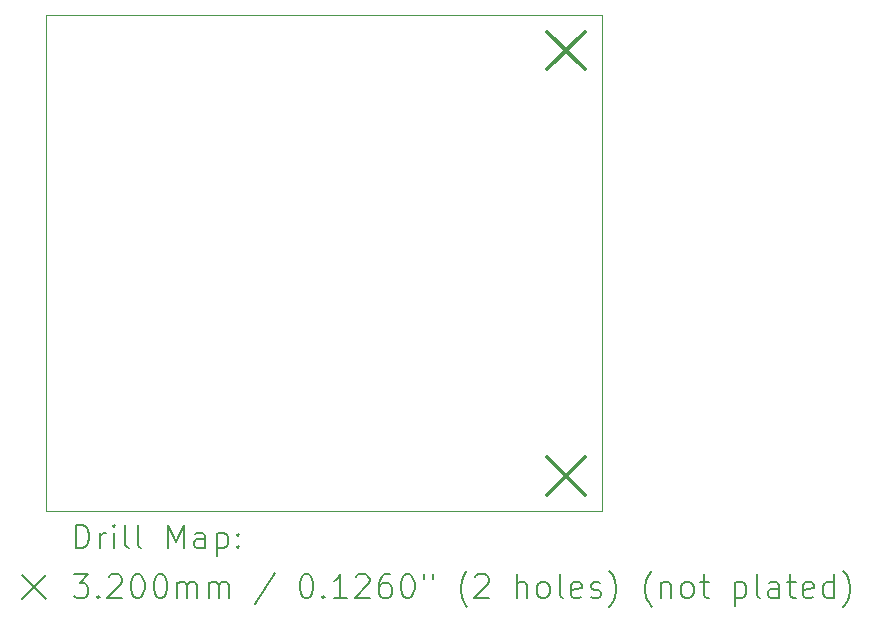
<source format=gbr>
%FSLAX45Y45*%
G04 Gerber Fmt 4.5, Leading zero omitted, Abs format (unit mm)*
G04 Created by KiCad (PCBNEW (6.0.6)) date 2023-08-29 14:37:22*
%MOMM*%
%LPD*%
G01*
G04 APERTURE LIST*
%TA.AperFunction,Profile*%
%ADD10C,0.100000*%
%TD*%
%ADD11C,0.200000*%
%ADD12C,0.320000*%
G04 APERTURE END LIST*
D10*
X9237500Y-2285000D02*
X13942500Y-2285000D01*
X13942500Y-2285000D02*
X13942500Y-6485000D01*
X13942500Y-6485000D02*
X9237500Y-6485000D01*
X9237500Y-6485000D02*
X9237500Y-2285000D01*
D11*
D12*
X13482000Y-2425000D02*
X13802000Y-2745000D01*
X13802000Y-2425000D02*
X13482000Y-2745000D01*
X13482000Y-6025000D02*
X13802000Y-6345000D01*
X13802000Y-6025000D02*
X13482000Y-6345000D01*
D11*
X9490119Y-6800476D02*
X9490119Y-6600476D01*
X9537738Y-6600476D01*
X9566310Y-6610000D01*
X9585357Y-6629048D01*
X9594881Y-6648095D01*
X9604405Y-6686190D01*
X9604405Y-6714762D01*
X9594881Y-6752857D01*
X9585357Y-6771905D01*
X9566310Y-6790952D01*
X9537738Y-6800476D01*
X9490119Y-6800476D01*
X9690119Y-6800476D02*
X9690119Y-6667143D01*
X9690119Y-6705238D02*
X9699643Y-6686190D01*
X9709167Y-6676667D01*
X9728214Y-6667143D01*
X9747262Y-6667143D01*
X9813929Y-6800476D02*
X9813929Y-6667143D01*
X9813929Y-6600476D02*
X9804405Y-6610000D01*
X9813929Y-6619524D01*
X9823452Y-6610000D01*
X9813929Y-6600476D01*
X9813929Y-6619524D01*
X9937738Y-6800476D02*
X9918690Y-6790952D01*
X9909167Y-6771905D01*
X9909167Y-6600476D01*
X10042500Y-6800476D02*
X10023452Y-6790952D01*
X10013929Y-6771905D01*
X10013929Y-6600476D01*
X10271071Y-6800476D02*
X10271071Y-6600476D01*
X10337738Y-6743333D01*
X10404405Y-6600476D01*
X10404405Y-6800476D01*
X10585357Y-6800476D02*
X10585357Y-6695714D01*
X10575833Y-6676667D01*
X10556786Y-6667143D01*
X10518690Y-6667143D01*
X10499643Y-6676667D01*
X10585357Y-6790952D02*
X10566310Y-6800476D01*
X10518690Y-6800476D01*
X10499643Y-6790952D01*
X10490119Y-6771905D01*
X10490119Y-6752857D01*
X10499643Y-6733809D01*
X10518690Y-6724286D01*
X10566310Y-6724286D01*
X10585357Y-6714762D01*
X10680595Y-6667143D02*
X10680595Y-6867143D01*
X10680595Y-6676667D02*
X10699643Y-6667143D01*
X10737738Y-6667143D01*
X10756786Y-6676667D01*
X10766310Y-6686190D01*
X10775833Y-6705238D01*
X10775833Y-6762381D01*
X10766310Y-6781428D01*
X10756786Y-6790952D01*
X10737738Y-6800476D01*
X10699643Y-6800476D01*
X10680595Y-6790952D01*
X10861548Y-6781428D02*
X10871071Y-6790952D01*
X10861548Y-6800476D01*
X10852024Y-6790952D01*
X10861548Y-6781428D01*
X10861548Y-6800476D01*
X10861548Y-6676667D02*
X10871071Y-6686190D01*
X10861548Y-6695714D01*
X10852024Y-6686190D01*
X10861548Y-6676667D01*
X10861548Y-6695714D01*
X9032500Y-7030000D02*
X9232500Y-7230000D01*
X9232500Y-7030000D02*
X9032500Y-7230000D01*
X9471071Y-7020476D02*
X9594881Y-7020476D01*
X9528214Y-7096667D01*
X9556786Y-7096667D01*
X9575833Y-7106190D01*
X9585357Y-7115714D01*
X9594881Y-7134762D01*
X9594881Y-7182381D01*
X9585357Y-7201428D01*
X9575833Y-7210952D01*
X9556786Y-7220476D01*
X9499643Y-7220476D01*
X9480595Y-7210952D01*
X9471071Y-7201428D01*
X9680595Y-7201428D02*
X9690119Y-7210952D01*
X9680595Y-7220476D01*
X9671071Y-7210952D01*
X9680595Y-7201428D01*
X9680595Y-7220476D01*
X9766310Y-7039524D02*
X9775833Y-7030000D01*
X9794881Y-7020476D01*
X9842500Y-7020476D01*
X9861548Y-7030000D01*
X9871071Y-7039524D01*
X9880595Y-7058571D01*
X9880595Y-7077619D01*
X9871071Y-7106190D01*
X9756786Y-7220476D01*
X9880595Y-7220476D01*
X10004405Y-7020476D02*
X10023452Y-7020476D01*
X10042500Y-7030000D01*
X10052024Y-7039524D01*
X10061548Y-7058571D01*
X10071071Y-7096667D01*
X10071071Y-7144286D01*
X10061548Y-7182381D01*
X10052024Y-7201428D01*
X10042500Y-7210952D01*
X10023452Y-7220476D01*
X10004405Y-7220476D01*
X9985357Y-7210952D01*
X9975833Y-7201428D01*
X9966310Y-7182381D01*
X9956786Y-7144286D01*
X9956786Y-7096667D01*
X9966310Y-7058571D01*
X9975833Y-7039524D01*
X9985357Y-7030000D01*
X10004405Y-7020476D01*
X10194881Y-7020476D02*
X10213929Y-7020476D01*
X10232976Y-7030000D01*
X10242500Y-7039524D01*
X10252024Y-7058571D01*
X10261548Y-7096667D01*
X10261548Y-7144286D01*
X10252024Y-7182381D01*
X10242500Y-7201428D01*
X10232976Y-7210952D01*
X10213929Y-7220476D01*
X10194881Y-7220476D01*
X10175833Y-7210952D01*
X10166310Y-7201428D01*
X10156786Y-7182381D01*
X10147262Y-7144286D01*
X10147262Y-7096667D01*
X10156786Y-7058571D01*
X10166310Y-7039524D01*
X10175833Y-7030000D01*
X10194881Y-7020476D01*
X10347262Y-7220476D02*
X10347262Y-7087143D01*
X10347262Y-7106190D02*
X10356786Y-7096667D01*
X10375833Y-7087143D01*
X10404405Y-7087143D01*
X10423452Y-7096667D01*
X10432976Y-7115714D01*
X10432976Y-7220476D01*
X10432976Y-7115714D02*
X10442500Y-7096667D01*
X10461548Y-7087143D01*
X10490119Y-7087143D01*
X10509167Y-7096667D01*
X10518690Y-7115714D01*
X10518690Y-7220476D01*
X10613929Y-7220476D02*
X10613929Y-7087143D01*
X10613929Y-7106190D02*
X10623452Y-7096667D01*
X10642500Y-7087143D01*
X10671071Y-7087143D01*
X10690119Y-7096667D01*
X10699643Y-7115714D01*
X10699643Y-7220476D01*
X10699643Y-7115714D02*
X10709167Y-7096667D01*
X10728214Y-7087143D01*
X10756786Y-7087143D01*
X10775833Y-7096667D01*
X10785357Y-7115714D01*
X10785357Y-7220476D01*
X11175833Y-7010952D02*
X11004405Y-7268095D01*
X11432976Y-7020476D02*
X11452024Y-7020476D01*
X11471071Y-7030000D01*
X11480595Y-7039524D01*
X11490119Y-7058571D01*
X11499643Y-7096667D01*
X11499643Y-7144286D01*
X11490119Y-7182381D01*
X11480595Y-7201428D01*
X11471071Y-7210952D01*
X11452024Y-7220476D01*
X11432976Y-7220476D01*
X11413928Y-7210952D01*
X11404405Y-7201428D01*
X11394881Y-7182381D01*
X11385357Y-7144286D01*
X11385357Y-7096667D01*
X11394881Y-7058571D01*
X11404405Y-7039524D01*
X11413928Y-7030000D01*
X11432976Y-7020476D01*
X11585357Y-7201428D02*
X11594881Y-7210952D01*
X11585357Y-7220476D01*
X11575833Y-7210952D01*
X11585357Y-7201428D01*
X11585357Y-7220476D01*
X11785357Y-7220476D02*
X11671071Y-7220476D01*
X11728214Y-7220476D02*
X11728214Y-7020476D01*
X11709167Y-7049048D01*
X11690119Y-7068095D01*
X11671071Y-7077619D01*
X11861548Y-7039524D02*
X11871071Y-7030000D01*
X11890119Y-7020476D01*
X11937738Y-7020476D01*
X11956786Y-7030000D01*
X11966309Y-7039524D01*
X11975833Y-7058571D01*
X11975833Y-7077619D01*
X11966309Y-7106190D01*
X11852024Y-7220476D01*
X11975833Y-7220476D01*
X12147262Y-7020476D02*
X12109167Y-7020476D01*
X12090119Y-7030000D01*
X12080595Y-7039524D01*
X12061548Y-7068095D01*
X12052024Y-7106190D01*
X12052024Y-7182381D01*
X12061548Y-7201428D01*
X12071071Y-7210952D01*
X12090119Y-7220476D01*
X12128214Y-7220476D01*
X12147262Y-7210952D01*
X12156786Y-7201428D01*
X12166309Y-7182381D01*
X12166309Y-7134762D01*
X12156786Y-7115714D01*
X12147262Y-7106190D01*
X12128214Y-7096667D01*
X12090119Y-7096667D01*
X12071071Y-7106190D01*
X12061548Y-7115714D01*
X12052024Y-7134762D01*
X12290119Y-7020476D02*
X12309167Y-7020476D01*
X12328214Y-7030000D01*
X12337738Y-7039524D01*
X12347262Y-7058571D01*
X12356786Y-7096667D01*
X12356786Y-7144286D01*
X12347262Y-7182381D01*
X12337738Y-7201428D01*
X12328214Y-7210952D01*
X12309167Y-7220476D01*
X12290119Y-7220476D01*
X12271071Y-7210952D01*
X12261548Y-7201428D01*
X12252024Y-7182381D01*
X12242500Y-7144286D01*
X12242500Y-7096667D01*
X12252024Y-7058571D01*
X12261548Y-7039524D01*
X12271071Y-7030000D01*
X12290119Y-7020476D01*
X12432976Y-7020476D02*
X12432976Y-7058571D01*
X12509167Y-7020476D02*
X12509167Y-7058571D01*
X12804405Y-7296667D02*
X12794881Y-7287143D01*
X12775833Y-7258571D01*
X12766309Y-7239524D01*
X12756786Y-7210952D01*
X12747262Y-7163333D01*
X12747262Y-7125238D01*
X12756786Y-7077619D01*
X12766309Y-7049048D01*
X12775833Y-7030000D01*
X12794881Y-7001428D01*
X12804405Y-6991905D01*
X12871071Y-7039524D02*
X12880595Y-7030000D01*
X12899643Y-7020476D01*
X12947262Y-7020476D01*
X12966309Y-7030000D01*
X12975833Y-7039524D01*
X12985357Y-7058571D01*
X12985357Y-7077619D01*
X12975833Y-7106190D01*
X12861548Y-7220476D01*
X12985357Y-7220476D01*
X13223452Y-7220476D02*
X13223452Y-7020476D01*
X13309167Y-7220476D02*
X13309167Y-7115714D01*
X13299643Y-7096667D01*
X13280595Y-7087143D01*
X13252024Y-7087143D01*
X13232976Y-7096667D01*
X13223452Y-7106190D01*
X13432976Y-7220476D02*
X13413928Y-7210952D01*
X13404405Y-7201428D01*
X13394881Y-7182381D01*
X13394881Y-7125238D01*
X13404405Y-7106190D01*
X13413928Y-7096667D01*
X13432976Y-7087143D01*
X13461548Y-7087143D01*
X13480595Y-7096667D01*
X13490119Y-7106190D01*
X13499643Y-7125238D01*
X13499643Y-7182381D01*
X13490119Y-7201428D01*
X13480595Y-7210952D01*
X13461548Y-7220476D01*
X13432976Y-7220476D01*
X13613928Y-7220476D02*
X13594881Y-7210952D01*
X13585357Y-7191905D01*
X13585357Y-7020476D01*
X13766309Y-7210952D02*
X13747262Y-7220476D01*
X13709167Y-7220476D01*
X13690119Y-7210952D01*
X13680595Y-7191905D01*
X13680595Y-7115714D01*
X13690119Y-7096667D01*
X13709167Y-7087143D01*
X13747262Y-7087143D01*
X13766309Y-7096667D01*
X13775833Y-7115714D01*
X13775833Y-7134762D01*
X13680595Y-7153809D01*
X13852024Y-7210952D02*
X13871071Y-7220476D01*
X13909167Y-7220476D01*
X13928214Y-7210952D01*
X13937738Y-7191905D01*
X13937738Y-7182381D01*
X13928214Y-7163333D01*
X13909167Y-7153809D01*
X13880595Y-7153809D01*
X13861548Y-7144286D01*
X13852024Y-7125238D01*
X13852024Y-7115714D01*
X13861548Y-7096667D01*
X13880595Y-7087143D01*
X13909167Y-7087143D01*
X13928214Y-7096667D01*
X14004405Y-7296667D02*
X14013928Y-7287143D01*
X14032976Y-7258571D01*
X14042500Y-7239524D01*
X14052024Y-7210952D01*
X14061548Y-7163333D01*
X14061548Y-7125238D01*
X14052024Y-7077619D01*
X14042500Y-7049048D01*
X14032976Y-7030000D01*
X14013928Y-7001428D01*
X14004405Y-6991905D01*
X14366309Y-7296667D02*
X14356786Y-7287143D01*
X14337738Y-7258571D01*
X14328214Y-7239524D01*
X14318690Y-7210952D01*
X14309167Y-7163333D01*
X14309167Y-7125238D01*
X14318690Y-7077619D01*
X14328214Y-7049048D01*
X14337738Y-7030000D01*
X14356786Y-7001428D01*
X14366309Y-6991905D01*
X14442500Y-7087143D02*
X14442500Y-7220476D01*
X14442500Y-7106190D02*
X14452024Y-7096667D01*
X14471071Y-7087143D01*
X14499643Y-7087143D01*
X14518690Y-7096667D01*
X14528214Y-7115714D01*
X14528214Y-7220476D01*
X14652024Y-7220476D02*
X14632976Y-7210952D01*
X14623452Y-7201428D01*
X14613928Y-7182381D01*
X14613928Y-7125238D01*
X14623452Y-7106190D01*
X14632976Y-7096667D01*
X14652024Y-7087143D01*
X14680595Y-7087143D01*
X14699643Y-7096667D01*
X14709167Y-7106190D01*
X14718690Y-7125238D01*
X14718690Y-7182381D01*
X14709167Y-7201428D01*
X14699643Y-7210952D01*
X14680595Y-7220476D01*
X14652024Y-7220476D01*
X14775833Y-7087143D02*
X14852024Y-7087143D01*
X14804405Y-7020476D02*
X14804405Y-7191905D01*
X14813928Y-7210952D01*
X14832976Y-7220476D01*
X14852024Y-7220476D01*
X15071071Y-7087143D02*
X15071071Y-7287143D01*
X15071071Y-7096667D02*
X15090119Y-7087143D01*
X15128214Y-7087143D01*
X15147262Y-7096667D01*
X15156786Y-7106190D01*
X15166309Y-7125238D01*
X15166309Y-7182381D01*
X15156786Y-7201428D01*
X15147262Y-7210952D01*
X15128214Y-7220476D01*
X15090119Y-7220476D01*
X15071071Y-7210952D01*
X15280595Y-7220476D02*
X15261548Y-7210952D01*
X15252024Y-7191905D01*
X15252024Y-7020476D01*
X15442500Y-7220476D02*
X15442500Y-7115714D01*
X15432976Y-7096667D01*
X15413928Y-7087143D01*
X15375833Y-7087143D01*
X15356786Y-7096667D01*
X15442500Y-7210952D02*
X15423452Y-7220476D01*
X15375833Y-7220476D01*
X15356786Y-7210952D01*
X15347262Y-7191905D01*
X15347262Y-7172857D01*
X15356786Y-7153809D01*
X15375833Y-7144286D01*
X15423452Y-7144286D01*
X15442500Y-7134762D01*
X15509167Y-7087143D02*
X15585357Y-7087143D01*
X15537738Y-7020476D02*
X15537738Y-7191905D01*
X15547262Y-7210952D01*
X15566309Y-7220476D01*
X15585357Y-7220476D01*
X15728214Y-7210952D02*
X15709167Y-7220476D01*
X15671071Y-7220476D01*
X15652024Y-7210952D01*
X15642500Y-7191905D01*
X15642500Y-7115714D01*
X15652024Y-7096667D01*
X15671071Y-7087143D01*
X15709167Y-7087143D01*
X15728214Y-7096667D01*
X15737738Y-7115714D01*
X15737738Y-7134762D01*
X15642500Y-7153809D01*
X15909167Y-7220476D02*
X15909167Y-7020476D01*
X15909167Y-7210952D02*
X15890119Y-7220476D01*
X15852024Y-7220476D01*
X15832976Y-7210952D01*
X15823452Y-7201428D01*
X15813928Y-7182381D01*
X15813928Y-7125238D01*
X15823452Y-7106190D01*
X15832976Y-7096667D01*
X15852024Y-7087143D01*
X15890119Y-7087143D01*
X15909167Y-7096667D01*
X15985357Y-7296667D02*
X15994881Y-7287143D01*
X16013928Y-7258571D01*
X16023452Y-7239524D01*
X16032976Y-7210952D01*
X16042500Y-7163333D01*
X16042500Y-7125238D01*
X16032976Y-7077619D01*
X16023452Y-7049048D01*
X16013928Y-7030000D01*
X15994881Y-7001428D01*
X15985357Y-6991905D01*
M02*

</source>
